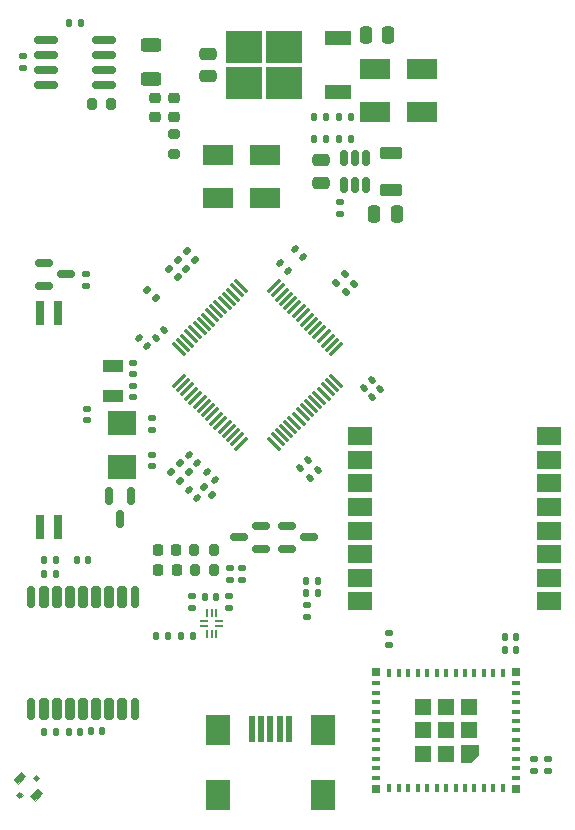
<source format=gbr>
%TF.GenerationSoftware,KiCad,Pcbnew,(6.0.9)*%
%TF.CreationDate,2023-01-07T15:13:03-07:00*%
%TF.ProjectId,gd32-devboard,67643332-2d64-4657-9662-6f6172642e6b,rev?*%
%TF.SameCoordinates,Original*%
%TF.FileFunction,Paste,Top*%
%TF.FilePolarity,Positive*%
%FSLAX46Y46*%
G04 Gerber Fmt 4.6, Leading zero omitted, Abs format (unit mm)*
G04 Created by KiCad (PCBNEW (6.0.9)) date 2023-01-07 15:13:03*
%MOMM*%
%LPD*%
G01*
G04 APERTURE LIST*
G04 Aperture macros list*
%AMRoundRect*
0 Rectangle with rounded corners*
0 $1 Rounding radius*
0 $2 $3 $4 $5 $6 $7 $8 $9 X,Y pos of 4 corners*
0 Add a 4 corners polygon primitive as box body*
4,1,4,$2,$3,$4,$5,$6,$7,$8,$9,$2,$3,0*
0 Add four circle primitives for the rounded corners*
1,1,$1+$1,$2,$3*
1,1,$1+$1,$4,$5*
1,1,$1+$1,$6,$7*
1,1,$1+$1,$8,$9*
0 Add four rect primitives between the rounded corners*
20,1,$1+$1,$2,$3,$4,$5,0*
20,1,$1+$1,$4,$5,$6,$7,0*
20,1,$1+$1,$6,$7,$8,$9,0*
20,1,$1+$1,$8,$9,$2,$3,0*%
G04 Aperture macros list end*
%ADD10C,0.010000*%
%ADD11C,0.001000*%
%ADD12R,0.800000X0.400000*%
%ADD13R,0.400000X0.800000*%
%ADD14R,1.450000X1.450000*%
%ADD15R,0.700000X0.700000*%
%ADD16RoundRect,0.140000X-0.170000X0.140000X-0.170000X-0.140000X0.170000X-0.140000X0.170000X0.140000X0*%
%ADD17RoundRect,0.140000X0.219203X0.021213X0.021213X0.219203X-0.219203X-0.021213X-0.021213X-0.219203X0*%
%ADD18RoundRect,0.135000X-0.035355X0.226274X-0.226274X0.035355X0.035355X-0.226274X0.226274X-0.035355X0*%
%ADD19RoundRect,0.140000X-0.140000X-0.170000X0.140000X-0.170000X0.140000X0.170000X-0.140000X0.170000X0*%
%ADD20R,1.800000X1.000000*%
%ADD21R,0.800000X2.000000*%
%ADD22RoundRect,0.250000X-0.250000X-0.475000X0.250000X-0.475000X0.250000X0.475000X-0.250000X0.475000X0*%
%ADD23RoundRect,0.140000X0.140000X0.170000X-0.140000X0.170000X-0.140000X-0.170000X0.140000X-0.170000X0*%
%ADD24R,2.000000X1.500000*%
%ADD25RoundRect,0.150000X-0.150000X0.512500X-0.150000X-0.512500X0.150000X-0.512500X0.150000X0.512500X0*%
%ADD26RoundRect,0.218750X-0.256250X0.218750X-0.256250X-0.218750X0.256250X-0.218750X0.256250X0.218750X0*%
%ADD27RoundRect,0.140000X0.021213X-0.219203X0.219203X-0.021213X-0.021213X0.219203X-0.219203X0.021213X0*%
%ADD28RoundRect,0.135000X-0.185000X0.135000X-0.185000X-0.135000X0.185000X-0.135000X0.185000X0.135000X0*%
%ADD29RoundRect,0.135000X-0.135000X-0.185000X0.135000X-0.185000X0.135000X0.185000X-0.135000X0.185000X0*%
%ADD30R,2.500000X1.800000*%
%ADD31RoundRect,0.140000X-0.021213X0.219203X-0.219203X0.021213X0.021213X-0.219203X0.219203X-0.021213X0*%
%ADD32RoundRect,0.150000X0.587500X0.150000X-0.587500X0.150000X-0.587500X-0.150000X0.587500X-0.150000X0*%
%ADD33RoundRect,0.135000X-0.226274X-0.035355X-0.035355X-0.226274X0.226274X0.035355X0.035355X0.226274X0*%
%ADD34RoundRect,0.150000X-0.587500X-0.150000X0.587500X-0.150000X0.587500X0.150000X-0.587500X0.150000X0*%
%ADD35RoundRect,0.175000X-0.175000X0.725000X-0.175000X-0.725000X0.175000X-0.725000X0.175000X0.725000X0*%
%ADD36RoundRect,0.200000X-0.200000X0.700000X-0.200000X-0.700000X0.200000X-0.700000X0.200000X0.700000X0*%
%ADD37R,0.762000X0.254000*%
%ADD38R,0.254000X0.762000*%
%ADD39RoundRect,0.200000X0.275000X-0.200000X0.275000X0.200000X-0.275000X0.200000X-0.275000X-0.200000X0*%
%ADD40RoundRect,0.140000X0.170000X-0.140000X0.170000X0.140000X-0.170000X0.140000X-0.170000X-0.140000X0*%
%ADD41R,3.050000X2.750000*%
%ADD42R,2.200000X1.200000*%
%ADD43RoundRect,0.135000X0.135000X0.185000X-0.135000X0.185000X-0.135000X-0.185000X0.135000X-0.185000X0*%
%ADD44RoundRect,0.075000X-0.441942X-0.548008X0.548008X0.441942X0.441942X0.548008X-0.548008X-0.441942X0*%
%ADD45RoundRect,0.075000X0.441942X-0.548008X0.548008X-0.441942X-0.441942X0.548008X-0.548008X0.441942X0*%
%ADD46RoundRect,0.135000X0.185000X-0.135000X0.185000X0.135000X-0.185000X0.135000X-0.185000X-0.135000X0*%
%ADD47R,2.400000X2.000000*%
%ADD48RoundRect,0.250000X0.475000X-0.250000X0.475000X0.250000X-0.475000X0.250000X-0.475000X-0.250000X0*%
%ADD49R,0.500000X2.300000*%
%ADD50R,2.000000X2.500000*%
%ADD51RoundRect,0.250000X0.700000X-0.275000X0.700000X0.275000X-0.700000X0.275000X-0.700000X-0.275000X0*%
%ADD52RoundRect,0.147500X0.226274X0.017678X0.017678X0.226274X-0.226274X-0.017678X-0.017678X-0.226274X0*%
%ADD53RoundRect,0.147500X0.147500X0.172500X-0.147500X0.172500X-0.147500X-0.172500X0.147500X-0.172500X0*%
%ADD54RoundRect,0.218750X0.218750X0.256250X-0.218750X0.256250X-0.218750X-0.256250X0.218750X-0.256250X0*%
%ADD55RoundRect,0.150000X-0.150000X0.587500X-0.150000X-0.587500X0.150000X-0.587500X0.150000X0.587500X0*%
%ADD56RoundRect,0.150000X-0.825000X-0.150000X0.825000X-0.150000X0.825000X0.150000X-0.825000X0.150000X0*%
%ADD57RoundRect,0.250000X-0.625000X0.312500X-0.625000X-0.312500X0.625000X-0.312500X0.625000X0.312500X0*%
%ADD58RoundRect,0.200000X0.200000X0.275000X-0.200000X0.275000X-0.200000X-0.275000X0.200000X-0.275000X0*%
G04 APERTURE END LIST*
%TO.C,U302*%
G36*
X59311204Y-102756204D02*
G01*
X58711204Y-103356204D01*
X57861204Y-103356204D01*
X57861204Y-101906204D01*
X59311204Y-101906204D01*
X59311204Y-102756204D01*
G37*
D10*
X59311204Y-102756204D02*
X58711204Y-103356204D01*
X57861204Y-103356204D01*
X57861204Y-101906204D01*
X59311204Y-101906204D01*
X59311204Y-102756204D01*
%TO.C,AE301*%
G36*
X20754523Y-106114178D02*
G01*
X20485822Y-106382878D01*
X20217122Y-106114178D01*
X20485822Y-105845477D01*
X20754523Y-106114178D01*
G37*
D11*
X20754523Y-106114178D02*
X20485822Y-106382878D01*
X20217122Y-106114178D01*
X20485822Y-105845477D01*
X20754523Y-106114178D01*
G36*
X20987868Y-104551472D02*
G01*
X20351472Y-105187868D01*
X19997918Y-104834315D01*
X20634315Y-104197918D01*
X20987868Y-104551472D01*
G37*
X20987868Y-104551472D02*
X20351472Y-105187868D01*
X19997918Y-104834315D01*
X20634315Y-104197918D01*
X20987868Y-104551472D01*
G36*
X22402082Y-105965685D02*
G01*
X21765685Y-106602082D01*
X21412132Y-106248528D01*
X22048528Y-105612132D01*
X22402082Y-105965685D01*
G37*
X22402082Y-105965685D02*
X21765685Y-106602082D01*
X21412132Y-106248528D01*
X22048528Y-105612132D01*
X22402082Y-105965685D01*
G36*
X22175807Y-104678751D02*
G01*
X21921249Y-104933310D01*
X21666690Y-104678751D01*
X21921249Y-104424193D01*
X22175807Y-104678751D01*
G37*
X22175807Y-104678751D02*
X21921249Y-104933310D01*
X21666690Y-104678751D01*
X21921249Y-104424193D01*
X22175807Y-104678751D01*
%TD*%
D12*
%TO.C,U302*%
X62511204Y-104656204D03*
X62511204Y-103856204D03*
X62511204Y-103056204D03*
X62511204Y-102256204D03*
X62511204Y-101456204D03*
X62511204Y-100656204D03*
X62511204Y-99856204D03*
X62511204Y-99056204D03*
X62511204Y-98256204D03*
X62511204Y-97456204D03*
X62511204Y-96656204D03*
D13*
X61411204Y-95756204D03*
X60611204Y-95756204D03*
X59811204Y-95756204D03*
X59011204Y-95756204D03*
X58211204Y-95756204D03*
X57411204Y-95756204D03*
X56611204Y-95756204D03*
X55811204Y-95756204D03*
X55011204Y-95756204D03*
X54211204Y-95756204D03*
X53411204Y-95756204D03*
X52611204Y-95756204D03*
X51811204Y-95756204D03*
D12*
X50711204Y-96656204D03*
X50711204Y-97456204D03*
X50711204Y-98256204D03*
X50711204Y-99056204D03*
X50711204Y-99856204D03*
X50711204Y-100656204D03*
X50711204Y-101456204D03*
X50711204Y-102256204D03*
X50711204Y-103056204D03*
X50711204Y-103856204D03*
X50711204Y-104656204D03*
D13*
X51811204Y-105556204D03*
X52611204Y-105556204D03*
X53411204Y-105556204D03*
X54211204Y-105556204D03*
X55011204Y-105556204D03*
X55811204Y-105556204D03*
X56611204Y-105556204D03*
X57411204Y-105556204D03*
X58211204Y-105556204D03*
X59011204Y-105556204D03*
X59811204Y-105556204D03*
X60611204Y-105556204D03*
X61411204Y-105556204D03*
D14*
X56611204Y-102631204D03*
X54636204Y-102631204D03*
X54636204Y-100656204D03*
X54636204Y-98681204D03*
X56611204Y-98681204D03*
X58586204Y-98681204D03*
X58586204Y-100656204D03*
X56611204Y-100656204D03*
D15*
X50661204Y-105606204D03*
X50661204Y-95706204D03*
X62561204Y-95706204D03*
X62561204Y-105606204D03*
%TD*%
D16*
%TO.C,C701*%
X26186204Y-73403796D03*
X26186204Y-74363796D03*
%TD*%
D17*
%TO.C,C207*%
X44480696Y-60552757D03*
X43801874Y-59873935D03*
%TD*%
D18*
%TO.C,R702*%
X48828651Y-62839046D03*
X48107403Y-63560294D03*
%TD*%
D16*
%TO.C,C205*%
X31706204Y-74223796D03*
X31706204Y-75183796D03*
%TD*%
%TO.C,C306*%
X64076204Y-103093795D03*
X64076204Y-104053795D03*
%TD*%
D19*
%TO.C,C310*%
X61593795Y-93843796D03*
X62553795Y-93843796D03*
%TD*%
D20*
%TO.C,Y201*%
X28406204Y-72343796D03*
X28406204Y-69843796D03*
%TD*%
D21*
%TO.C,BT201*%
X22230000Y-65350000D03*
X23730000Y-65350000D03*
%TD*%
D22*
%TO.C,C403*%
X50527450Y-56965009D03*
X52427450Y-56965009D03*
%TD*%
D23*
%TO.C,C302*%
X23553795Y-87446204D03*
X22593795Y-87446204D03*
%TD*%
D17*
%TO.C,C215*%
X37024517Y-79447098D03*
X36345695Y-78768276D03*
%TD*%
D24*
%TO.C,U304*%
X65340000Y-89730000D03*
X65340000Y-87730000D03*
X65340000Y-85730000D03*
X65340000Y-83730000D03*
X65340000Y-81730000D03*
X65340000Y-79730000D03*
X65340000Y-77730000D03*
X65340000Y-75730000D03*
X49340000Y-75730000D03*
X49340000Y-77730000D03*
X49340000Y-79730000D03*
X49340000Y-81730000D03*
X49340000Y-83730000D03*
X49340000Y-85730000D03*
X49340000Y-87730000D03*
X49340000Y-89730000D03*
%TD*%
D25*
%TO.C,U402*%
X49842550Y-52196297D03*
X48892550Y-52196297D03*
X47942550Y-52196297D03*
X47942550Y-54471297D03*
X48892550Y-54471297D03*
X49842550Y-54471297D03*
%TD*%
D26*
%TO.C,D405*%
X33550000Y-47137500D03*
X33550000Y-48712500D03*
%TD*%
D19*
%TO.C,C303*%
X25363796Y-86203796D03*
X26323796Y-86203796D03*
%TD*%
D27*
%TO.C,C214*%
X32077465Y-67438198D03*
X32756287Y-66759376D03*
%TD*%
D28*
%TO.C,R306*%
X51811204Y-92406204D03*
X51811204Y-93426204D03*
%TD*%
D19*
%TO.C,C304*%
X26520000Y-100740000D03*
X27480000Y-100740000D03*
%TD*%
D29*
%TO.C,R308*%
X22590000Y-100750000D03*
X23610000Y-100750000D03*
%TD*%
D30*
%TO.C,D403*%
X37263796Y-55616204D03*
X41263796Y-55616204D03*
%TD*%
D31*
%TO.C,C210*%
X45746535Y-78614087D03*
X45067713Y-79292909D03*
%TD*%
D32*
%TO.C,Q302*%
X40933703Y-85253796D03*
X40933703Y-83353796D03*
X39058703Y-84303796D03*
%TD*%
D33*
%TO.C,R203*%
X31291782Y-63346482D03*
X32013030Y-64067730D03*
%TD*%
D26*
%TO.C,D204*%
X31925000Y-47137500D03*
X31925000Y-48712500D03*
%TD*%
D33*
%TO.C,R202*%
X34087071Y-78042171D03*
X34808319Y-78763419D03*
%TD*%
D16*
%TO.C,C308*%
X65276205Y-103093795D03*
X65276205Y-104053795D03*
%TD*%
D34*
%TO.C,D201*%
X22546296Y-61093796D03*
X22546296Y-62993796D03*
X24421296Y-62043796D03*
%TD*%
D35*
%TO.C,U301*%
X30280000Y-89340000D03*
D36*
X29180000Y-89340000D03*
X28080000Y-89340000D03*
X26980000Y-89340000D03*
X25880000Y-89340000D03*
X24780000Y-89340000D03*
X23680000Y-89340000D03*
X22580000Y-89340000D03*
D35*
X21480000Y-89340000D03*
X21480000Y-98840000D03*
D36*
X22580000Y-98840000D03*
X23680000Y-98840000D03*
X24780000Y-98840000D03*
X25880000Y-98840000D03*
X26980000Y-98840000D03*
X28080000Y-98840000D03*
X29180000Y-98840000D03*
D35*
X30280000Y-98840000D03*
%TD*%
D37*
%TO.C,U601*%
X36089403Y-91393405D03*
X36089403Y-91799805D03*
D38*
X36343403Y-92460205D03*
X36749803Y-92460205D03*
X37156203Y-92460205D03*
D37*
X37410203Y-91799805D03*
X37410203Y-91393405D03*
D38*
X37156203Y-90733005D03*
X36749803Y-90733005D03*
X36343403Y-90733005D03*
%TD*%
D28*
%TO.C,R301*%
X39336204Y-86923796D03*
X39336204Y-87943796D03*
%TD*%
D39*
%TO.C,R408*%
X33550000Y-51850000D03*
X33550000Y-50200000D03*
%TD*%
D40*
%TO.C,C208*%
X26086204Y-63003796D03*
X26086204Y-62043796D03*
%TD*%
%TO.C,C204*%
X30136204Y-72426204D03*
X30136204Y-71466204D03*
%TD*%
D41*
%TO.C,U401*%
X39511204Y-42791204D03*
X39511204Y-45841204D03*
X42861204Y-45841204D03*
X42861204Y-42791204D03*
D42*
X47486204Y-46596204D03*
X47486204Y-42036204D03*
%TD*%
D33*
%TO.C,R201*%
X33328344Y-78800896D03*
X34049592Y-79522144D03*
%TD*%
D43*
%TO.C,R402*%
X33086205Y-92681204D03*
X32066205Y-92681204D03*
%TD*%
D44*
%TO.C,U201*%
X33969315Y-71074977D03*
X34322868Y-71428530D03*
X34676421Y-71782083D03*
X35029975Y-72135637D03*
X35383528Y-72489190D03*
X35737082Y-72842744D03*
X36090635Y-73196297D03*
X36444188Y-73549850D03*
X36797742Y-73903404D03*
X37151295Y-74256957D03*
X37504848Y-74610510D03*
X37858402Y-74964064D03*
X38211955Y-75317617D03*
X38565509Y-75671171D03*
X38919062Y-76024724D03*
X39272615Y-76378277D03*
D45*
X41994977Y-76378277D03*
X42348530Y-76024724D03*
X42702083Y-75671171D03*
X43055637Y-75317617D03*
X43409190Y-74964064D03*
X43762744Y-74610510D03*
X44116297Y-74256957D03*
X44469850Y-73903404D03*
X44823404Y-73549850D03*
X45176957Y-73196297D03*
X45530510Y-72842744D03*
X45884064Y-72489190D03*
X46237617Y-72135637D03*
X46591171Y-71782083D03*
X46944724Y-71428530D03*
X47298277Y-71074977D03*
D44*
X47298277Y-68352615D03*
X46944724Y-67999062D03*
X46591171Y-67645509D03*
X46237617Y-67291955D03*
X45884064Y-66938402D03*
X45530510Y-66584848D03*
X45176957Y-66231295D03*
X44823404Y-65877742D03*
X44469850Y-65524188D03*
X44116297Y-65170635D03*
X43762744Y-64817082D03*
X43409190Y-64463528D03*
X43055637Y-64109975D03*
X42702083Y-63756421D03*
X42348530Y-63402868D03*
X41994977Y-63049315D03*
D45*
X39272615Y-63049315D03*
X38919062Y-63402868D03*
X38565509Y-63756421D03*
X38211955Y-64109975D03*
X37858402Y-64463528D03*
X37504848Y-64817082D03*
X37151295Y-65170635D03*
X36797742Y-65524188D03*
X36444188Y-65877742D03*
X36090635Y-66231295D03*
X35737082Y-66584848D03*
X35383528Y-66938402D03*
X35029975Y-67291955D03*
X34676421Y-67645509D03*
X34322868Y-67999062D03*
X33969315Y-68352615D03*
%TD*%
D29*
%TO.C,R404*%
X45452460Y-48716204D03*
X46472460Y-48716204D03*
%TD*%
D46*
%TO.C,R602*%
X35103796Y-90306205D03*
X35103796Y-89286205D03*
%TD*%
D47*
%TO.C,Y202*%
X29153796Y-78326204D03*
X29153796Y-74626204D03*
%TD*%
D27*
%TO.C,C206*%
X50360589Y-72439411D03*
X51039411Y-71760589D03*
%TD*%
D28*
%TO.C,R302*%
X44846204Y-90063796D03*
X44846204Y-91083796D03*
%TD*%
D30*
%TO.C,D402*%
X50563796Y-48323796D03*
X54563796Y-48323796D03*
%TD*%
D43*
%TO.C,R303*%
X45793796Y-88006204D03*
X44773796Y-88006204D03*
%TD*%
D48*
%TO.C,C405*%
X46042461Y-54283797D03*
X46042461Y-52383797D03*
%TD*%
D49*
%TO.C,J601*%
X40140000Y-100562500D03*
X40940000Y-100562500D03*
X41740000Y-100562500D03*
X42540000Y-100562500D03*
X43340000Y-100562500D03*
D50*
X37290000Y-100662500D03*
X46190000Y-100662500D03*
X46190000Y-106162500D03*
X37290000Y-106162500D03*
%TD*%
D16*
%TO.C,C201*%
X30136204Y-69533796D03*
X30136204Y-70493796D03*
%TD*%
D51*
%TO.C,L401*%
X51977450Y-54908797D03*
X51977450Y-51758797D03*
%TD*%
D52*
%TO.C,FB201*%
X36787297Y-80711391D03*
X36101403Y-80025497D03*
%TD*%
D53*
%TO.C,L302*%
X25635000Y-100750000D03*
X24665000Y-100750000D03*
%TD*%
D17*
%TO.C,C209*%
X31292292Y-68120061D03*
X30613470Y-67441239D03*
%TD*%
D28*
%TO.C,R305*%
X38276204Y-86923796D03*
X38276204Y-87943796D03*
%TD*%
D21*
%TO.C,BT301*%
X23730000Y-83420000D03*
X22230000Y-83420000D03*
%TD*%
D23*
%TO.C,C309*%
X62553796Y-92756204D03*
X61593796Y-92756204D03*
%TD*%
D54*
%TO.C,D203*%
X33787500Y-87050000D03*
X32212500Y-87050000D03*
%TD*%
D55*
%TO.C,D301*%
X29926205Y-80846296D03*
X28026205Y-80846296D03*
X28976205Y-82721296D03*
%TD*%
D27*
%TO.C,C212*%
X49660589Y-71639411D03*
X50339411Y-70960589D03*
%TD*%
D19*
%TO.C,C601*%
X36193796Y-89343796D03*
X37153796Y-89343796D03*
%TD*%
D29*
%TO.C,R406*%
X47512461Y-50602583D03*
X48532461Y-50602583D03*
%TD*%
D31*
%TO.C,C211*%
X44923692Y-77791243D03*
X44244870Y-78470065D03*
%TD*%
D19*
%TO.C,C301*%
X22593795Y-86203796D03*
X23553795Y-86203796D03*
%TD*%
D43*
%TO.C,R401*%
X35176205Y-92681204D03*
X34156205Y-92681204D03*
%TD*%
D33*
%TO.C,R703*%
X33157395Y-61560869D03*
X33878643Y-62282117D03*
%TD*%
D56*
%TO.C,U501*%
X22708796Y-42168796D03*
X22708796Y-43438796D03*
X22708796Y-44708796D03*
X22708796Y-45978796D03*
X27658796Y-45978796D03*
X27658796Y-44708796D03*
X27658796Y-43438796D03*
X27658796Y-42168796D03*
%TD*%
D57*
%TO.C,R502*%
X31596204Y-42611296D03*
X31596204Y-45536296D03*
%TD*%
D30*
%TO.C,D404*%
X37263796Y-51923796D03*
X41263796Y-51923796D03*
%TD*%
D18*
%TO.C,R701*%
X48016016Y-62026411D03*
X47294768Y-62747659D03*
%TD*%
D33*
%TO.C,R705*%
X34635349Y-60082915D03*
X35356597Y-60804163D03*
%TD*%
D58*
%TO.C,R205*%
X36990000Y-87045000D03*
X35340000Y-87045000D03*
%TD*%
D40*
%TO.C,C202*%
X31696204Y-78306204D03*
X31696204Y-77346204D03*
%TD*%
D34*
%TO.C,Q301*%
X43148704Y-83353796D03*
X43148704Y-85253796D03*
X45023704Y-84303796D03*
%TD*%
D29*
%TO.C,R304*%
X44773796Y-89060000D03*
X45793796Y-89060000D03*
%TD*%
D58*
%TO.C,R206*%
X28250000Y-47625000D03*
X26600000Y-47625000D03*
%TD*%
D30*
%TO.C,D401*%
X50563796Y-44673796D03*
X54563796Y-44673796D03*
%TD*%
D17*
%TO.C,C216*%
X35494852Y-80976763D03*
X34816030Y-80297941D03*
%TD*%
D54*
%TO.C,D202*%
X33775000Y-85400000D03*
X32200000Y-85400000D03*
%TD*%
D46*
%TO.C,R601*%
X38233796Y-90306204D03*
X38233796Y-89286204D03*
%TD*%
D29*
%TO.C,R407*%
X45452460Y-50602583D03*
X46472460Y-50602583D03*
%TD*%
D33*
%TO.C,R704*%
X33884466Y-60833798D03*
X34605714Y-61555046D03*
%TD*%
D28*
%TO.C,R405*%
X47624993Y-55927450D03*
X47624993Y-56947450D03*
%TD*%
D40*
%TO.C,C502*%
X20813796Y-44553796D03*
X20813796Y-43593796D03*
%TD*%
D17*
%TO.C,C203*%
X35531271Y-77998041D03*
X34852449Y-77319219D03*
%TD*%
D48*
%TO.C,C402*%
X36453797Y-45266204D03*
X36453797Y-43366204D03*
%TD*%
D58*
%TO.C,R204*%
X36952500Y-85405000D03*
X35302500Y-85405000D03*
%TD*%
D29*
%TO.C,R403*%
X47512461Y-48716204D03*
X48532461Y-48716204D03*
%TD*%
D22*
%TO.C,C401*%
X49793795Y-41796204D03*
X51693795Y-41796204D03*
%TD*%
D17*
%TO.C,C213*%
X43258330Y-61775124D03*
X42579508Y-61096302D03*
%TD*%
D29*
%TO.C,R501*%
X24673796Y-40773796D03*
X25693796Y-40773796D03*
%TD*%
M02*

</source>
